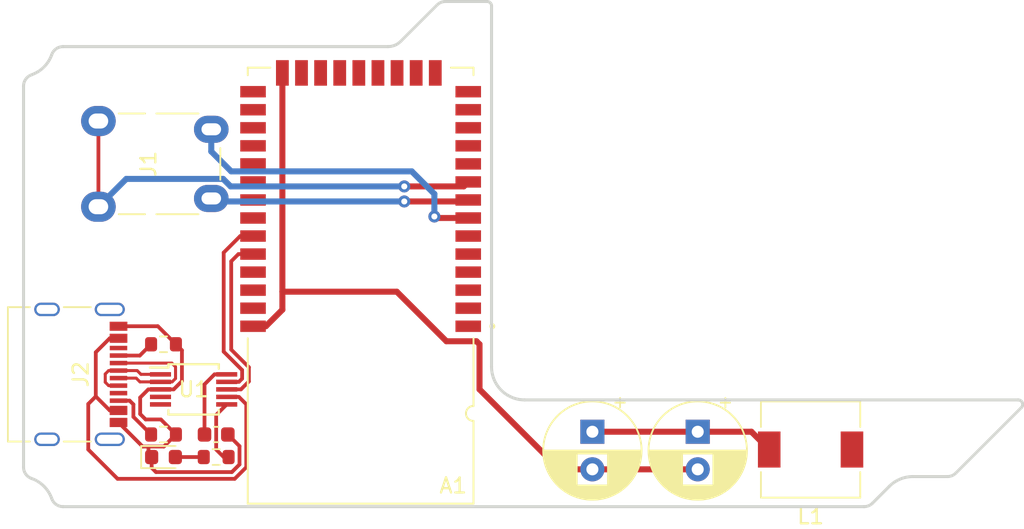
<source format=kicad_pcb>
(kicad_pcb (version 20221018) (generator pcbnew)
  (title_block (date "2023-11-28") (company "shirokuma89dev"))
  (layers (0 "F.Cu" signal) (31 "B.Cu" signal) (34 "B.Paste" user) (35 "F.Paste" user) (36 "B.SilkS" user "B.Silkscreen") (37 "F.SilkS" user "F.Silkscreen") (38 "B.Mask" user) (39 "F.Mask" user) (44 "Edge.Cuts" user))
  (net 0 "")
  (net 7 "/AUDIO OUT Rch")
  (net 8 "/AUDIO OUT COM")
  (net 9 "/AUDIO OUT Lch")
  (net 22 "/LED2")
  (net 23 "/LED1")
  (net 25 "/FUNC BUTTON")
  (net 26 "/SYS PWR OUT")
  (net 27 "Net-(C2-Pad1)")
  (net 31 "Net-(BT1-+)")
  (net 34 "Net-(U1-V3)")
  (net 35 "GND")
  (net 36 "Net-(D1-A)")
  (net 37 "+5V")
  (net 38 "Net-(J2-CC1)")
  (net 40 "/D+")
  (net 41 "/D-")
  (net 42 "Net-(J2-CC2)")
  (net 45 "Net-(U1-TNOW)")
  (net 48 "/USB-TX BM62-RX")
  (net 49 "/USB-RX BM62-TX")
  (footprint "Capacitor_THT:CP_Radial_D6.3mm_P2.50mm" (layer "F.Cu") (at 117 82.817621 -90)
    (fp_text reference "C2" hide)
    (fp_text value "100µ" hide)
    (pad "1" thru_hole rect (at 0 0 270) (size 1.6 1.6) (drill 0.8) (layers "*.Cu" "*.Mask") (net 27 "Net-(C2-Pad1)"))
    (pad "2" thru_hole circle (at 2.5 0 270) (size 1.6 1.6) (drill 0.8) (layers "*.Cu" "*.Mask") (net 35 "GND"))
  )
  (footprint "BM62SPKA1MC2_0001AA:MICROCHIP_BM62SPKA1MC2-0001AA" (layer "F.Cu") (at 102.1 58.6 180)
    (fp_text reference "A1" (at 1.35 -27.8) (layer "F.SilkS") (effects (font (size 1.001268 1.001268))))
    (fp_text value "BM62SPKA1MC2-0001AA" hide)
    (pad "1" smd rect (at 0.35 -17.2 180) (size 1.7 0.76) (layers "F.Cu" "F.Paste" "F.Mask"))
    (pad "2" smd rect (at 0.35 -16 180) (size 1.7 0.76) (layers "F.Cu" "F.Paste" "F.Mask"))
    (pad "3" smd rect (at 0.35 -14.8 180) (size 1.7 0.76) (layers "F.Cu" "F.Paste" "F.Mask"))
    (pad "4" smd rect (at 0.35 -13.6 180) (size 1.7 0.76) (layers "F.Cu" "F.Paste" "F.Mask"))
    (pad "5" smd rect (at 0.35 -12.4 180) (size 1.7 0.76) (layers "F.Cu" "F.Paste" "F.Mask"))
    (pad "6" smd rect (at 0.35 -11.2 180) (size 1.7 0.76) (layers "F.Cu" "F.Paste" "F.Mask"))
    (pad "7" smd rect (at 0.35 -10 180) (size 1.7 0.76) (layers "F.Cu" "F.Paste" "F.Mask") (net 7 "/AUDIO OUT Rch"))
    (pad "8" smd rect (at 0.35 -8.8 180) (size 1.7 0.76) (layers "F.Cu" "F.Paste" "F.Mask") (net 8 "/AUDIO OUT COM"))
    (pad "9" smd rect (at 0.35 -7.6 180) (size 1.7 0.76) (layers "F.Cu" "F.Paste" "F.Mask") (net 9 "/AUDIO OUT Lch"))
    (pad "10" smd rect (at 0.35 -6.4 180) (size 1.7 0.76) (layers "F.Cu" "F.Paste" "F.Mask"))
    (pad "11" smd rect (at 0.35 -5.2 180) (size 1.7 0.76) (layers "F.Cu" "F.Paste" "F.Mask"))
    (pad "12" smd rect (at 0.35 -4 180) (size 1.7 0.76) (layers "F.Cu" "F.Paste" "F.Mask"))
    (pad "13" smd rect (at 0.35 -2.8 180) (size 1.7 0.76) (layers "F.Cu" "F.Paste" "F.Mask"))
    (pad "14" smd rect (at 0.35 -1.6 180) (size 1.7 0.76) (layers "F.Cu" "F.Paste" "F.Mask"))
    (pad "15" smd rect (at 2.54 -0.35 90) (size 1.7 0.85) (layers "F.Cu" "F.Paste" "F.Mask"))
    (pad "16" smd rect (at 3.81 -0.35 90) (size 1.7 0.85) (layers "F.Cu" "F.Paste" "F.Mask"))
    (pad "17" smd rect (at 5.08 -0.35 90) (size 1.7 0.85) (layers "F.Cu" "F.Paste" "F.Mask"))
    (pad "18" smd rect (at 6.35 -0.35 90) (size 1.7 0.85) (layers "F.Cu" "F.Paste" "F.Mask"))
    (pad "19" smd rect (at 7.62 -0.35 90) (size 1.7 0.85) (layers "F.Cu" "F.Paste" "F.Mask"))
    (pad "20" smd rect (at 8.89 -0.35 90) (size 1.7 0.85) (layers "F.Cu" "F.Paste" "F.Mask"))
    (pad "21" smd rect (at 10.16 -0.35 90) (size 1.7 0.85) (layers "F.Cu" "F.Paste" "F.Mask"))
    (pad "22" smd rect (at 11.43 -0.35 90) (size 1.7 0.85) (layers "F.Cu" "F.Paste" "F.Mask"))
    (pad "23" smd rect (at 12.7 -0.35 90) (size 1.7 0.85) (layers "F.Cu" "F.Paste" "F.Mask") (net 35 "GND"))
    (pad "24" smd rect (at 14.65 -1.6) (size 1.7 0.76) (layers "F.Cu" "F.Paste" "F.Mask") (net 26 "/SYS PWR OUT"))
    (pad "25" smd rect (at 14.65 -2.8) (size 1.7 0.76) (layers "F.Cu" "F.Paste" "F.Mask"))
    (pad "26" smd rect (at 14.65 -4) (size 1.7 0.76) (layers "F.Cu" "F.Paste" "F.Mask") (net 25 "/FUNC BUTTON"))
    (pad "27" smd rect (at 14.65 -5.2) (size 1.7 0.76) (layers "F.Cu" "F.Paste" "F.Mask") (net 23 "/LED1"))
    (pad "28" smd rect (at 14.65 -6.4) (size 1.7 0.76) (layers "F.Cu" "F.Paste" "F.Mask") (net 22 "/LED2"))
    (pad "29" smd rect (at 14.65 -7.6) (size 1.7 0.76) (layers "F.Cu" "F.Paste" "F.Mask"))
    (pad "30" smd rect (at 14.65 -8.8) (size 1.7 0.76) (layers "F.Cu" "F.Paste" "F.Mask"))
    (pad "31" smd rect (at 14.65 -10) (size 1.7 0.76) (layers "F.Cu" "F.Paste" "F.Mask"))
    (pad "32" smd rect (at 14.65 -11.2) (size 1.7 0.76) (layers "F.Cu" "F.Paste" "F.Mask") (net 49 "/USB-RX BM62-TX"))
    (pad "33" smd rect (at 14.65 -12.4) (size 1.7 0.76) (layers "F.Cu" "F.Paste" "F.Mask") (net 48 "/USB-TX BM62-RX"))
    (pad "34" smd rect (at 14.65 -13.6) (size 1.7 0.76) (layers "F.Cu" "F.Paste" "F.Mask"))
    (pad "35" smd rect (at 14.65 -14.8) (size 1.7 0.76) (layers "F.Cu" "F.Paste" "F.Mask"))
    (pad "36" smd rect (at 14.65 -16) (size 1.7 0.76) (layers "F.Cu" "F.Paste" "F.Mask"))
    (pad "37" smd rect (at 14.65 -17.2) (size 1.7 0.76) (layers "F.Cu" "F.Paste" "F.Mask") (net 35 "GND"))
  )
  (footprint "Inductor_SMD:L_6.3x6.3_H3" (layer "F.Cu") (at 124.5 84 180)
    (fp_text reference "L1" (at 0 -4.45) (layer "F.SilkS"))
    (fp_text value "47µ")
    (pad "1" smd rect (at -2.75 0 180) (size 1.5 2.4) (layers "F.Cu" "F.Paste" "F.Mask") (net 31 "Net-(BT1-+)"))
    (pad "2" smd rect (at 2.75 0 180) (size 1.5 2.4) (layers "F.Cu" "F.Paste" "F.Mask") (net 27 "Net-(C2-Pad1)"))
  )
  (footprint "Connector_Audio:Jack_3.5mm_Lumberg_1503_07_Horizontal" (layer "F.Cu") (at 77.175 67.85 90)
    (fp_text reference "J1" (at 2.85 3.325 90 unlocked) (layer "F.SilkS"))
    (fp_text value "AudioJack3" hide)
    (pad "" np_thru_hole circle (at 0.35 3.5 90) (size 1.1 1.1) (drill 1.1) (layers "F&B.Cu" "*.Mask"))
    (pad "" np_thru_hole circle (at 5.35 3.5 90) (size 1.1 1.1) (drill 1.1) (layers "F&B.Cu" "*.Mask"))
    (pad "R" thru_hole oval (at 5.15 7.5 90) (size 1.8 2.3) (drill oval 0.8 1.3) (layers "*.Cu" "*.Mask") (net 7 "/AUDIO OUT Rch"))
    (pad "S" thru_hole oval (at 0.55 7.5 90) (size 1.8 2.3) (drill oval 0.8 1.3) (layers "*.Cu" "*.Mask") (net 8 "/AUDIO OUT COM"))
    (pad "T" thru_hole oval (at 0 0 90) (size 2 2.3) (drill oval 1 1.3) (layers "*.Cu" "*.Mask") (net 9 "/AUDIO OUT Lch"))
    (pad "T" thru_hole oval (at 5.7 0 90) (size 2 2.3) (drill oval 1 1.3) (layers "*.Cu" "*.Mask") (net 9 "/AUDIO OUT Lch"))
  )
  (footprint "Capacitor_THT:CP_Radial_D6.3mm_P2.50mm" (layer "F.Cu") (at 110 82.817621 -90)
    (fp_text reference "C3" hide)
    (fp_text value "100µ" hide)
    (pad "1" thru_hole rect (at 0 0 270) (size 1.6 1.6) (drill 0.8) (layers "*.Cu" "*.Mask") (net 27 "Net-(C2-Pad1)"))
    (pad "2" thru_hole circle (at 2.5 0 270) (size 1.6 1.6) (drill 0.8) (layers "*.Cu" "*.Mask") (net 35 "GND"))
  )
  (footprint "Resistor_SMD:R_0603_1608Metric" (layer "F.Cu") (at 85 84.5)
    (fp_text reference "R3" hide)
    (fp_text value "1k" hide)
    (pad "1" smd roundrect (at -0.825 0) (size 0.8 0.95) (layers "F.Cu" "F.Paste" "F.Mask") (net 36 "Net-(D1-A)"))
    (pad "2" smd roundrect (at 0.825 0) (size 0.8 0.95) (layers "F.Cu" "F.Paste" "F.Mask") (net 45 "Net-(U1-TNOW)"))
  )
  (footprint "Connector_USB:USB_C_Receptacle_Palconn_UTC16-G" (layer "F.Cu") (at 76 79 -90)
    (fp_text reference "J2" (at 0 0 90) (layer "F.SilkS"))
    (fp_text value "USB_C_Receptacle_USB2.0" hide)
    (pad "" np_thru_hole circle (at -2.89 -1.45 90) (size 0.6 0.6) (drill 0.6) (layers "*.Cu" "*.Mask"))
    (pad "" np_thru_hole circle (at 2.89 -1.45 90) (size 0.6 0.6) (drill 0.6) (layers "*.Cu" "*.Mask"))
    (pad "A1" smd rect (at -3.2 -2.51 270) (size 0.6 1.16) (layers "F.Cu" "F.Paste" "F.Mask") (net 35 "GND"))
    (pad "A4" smd rect (at -2.4 -2.51 270) (size 0.6 1.16) (layers "F.Cu" "F.Paste" "F.Mask") (net 37 "+5V"))
    (pad "A5" smd rect (at -1.25 -2.51 90) (size 0.3 1.16) (layers "F.Cu" "F.Paste" "F.Mask") (net 38 "Net-(J2-CC1)"))
    (pad "A6" smd rect (at -0.25 -2.51 90) (size 0.3 1.16) (layers "F.Cu" "F.Paste" "F.Mask") (net 40 "/D+"))
    (pad "A7" smd rect (at 0.25 -2.51 90) (size 0.3 1.16) (layers "F.Cu" "F.Paste" "F.Mask") (net 41 "/D-"))
    (pad "A8" smd rect (at 1.25 -2.51 90) (size 0.3 1.16) (layers "F.Cu" "F.Paste" "F.Mask"))
    (pad "A9" smd rect (at 2.4 -2.51 270) (size 0.6 1.16) (layers "F.Cu" "F.Paste" "F.Mask") (net 37 "+5V"))
    (pad "A12" smd rect (at 3.2 -2.51 270) (size 0.6 1.16) (layers "F.Cu" "F.Paste" "F.Mask") (net 35 "GND"))
    (pad "B1" smd rect (at 3.2 -2.51 270) (size 0.6 1.16) (layers "F.Cu" "F.Paste" "F.Mask") (net 35 "GND"))
    (pad "B4" smd rect (at 2.4 -2.51 270) (size 0.6 1.16) (layers "F.Cu" "F.Paste" "F.Mask") (net 37 "+5V"))
    (pad "B5" smd rect (at 1.75 -2.51 90) (size 0.3 1.16) (layers "F.Cu" "F.Paste" "F.Mask") (net 42 "Net-(J2-CC2)"))
    (pad "B6" smd rect (at 0.75 -2.51 90) (size 0.3 1.16) (layers "F.Cu" "F.Paste" "F.Mask") (net 40 "/D+"))
    (pad "B7" smd rect (at -0.75 -2.51 90) (size 0.3 1.16) (layers "F.Cu" "F.Paste" "F.Mask") (net 41 "/D-"))
    (pad "B8" smd rect (at -1.75 -2.51 90) (size 0.3 1.16) (layers "F.Cu" "F.Paste" "F.Mask"))
    (pad "B9" smd rect (at -2.4 -2.51 270) (size 0.6 1.16) (layers "F.Cu" "F.Paste" "F.Mask") (net 37 "+5V"))
    (pad "B12" smd rect (at -3.2 -2.51 270) (size 0.6 1.16) (layers "F.Cu" "F.Paste" "F.Mask") (net 35 "GND"))
    (pad "S1" thru_hole oval (at -4.32 -1.93) (size 2 0.9) (drill oval 1.7 0.6) (layers "*.Cu" "*.Mask"))
    (pad "S1" thru_hole oval (at -4.32 2.24) (size 1.7 0.9) (drill oval 1.4 0.6) (layers "*.Cu" "*.Mask"))
    (pad "S1" thru_hole oval (at 4.32 -1.93) (size 2 0.9) (drill oval 1.7 0.6) (layers "*.Cu" "*.Mask"))
    (pad "S1" thru_hole oval (at 4.32 2.24) (size 1.7 0.9) (drill oval 1.4 0.6) (layers "*.Cu" "*.Mask"))
  )
  (footprint "Package_SO:MSOP-10_3x3mm_P0.5mm" (layer "F.Cu") (at 83.5 80)
    (fp_text reference "U1" (at 0 0) (layer "F.SilkS"))
    (fp_text value "CH340E" hide)
    (pad "1" smd rect (at -2.2 -1) (size 1.4 0.3) (layers "F.Cu" "F.Paste" "F.Mask") (net 40 "/D+"))
    (pad "2" smd rect (at -2.2 -0.5) (size 1.4 0.3) (layers "F.Cu" "F.Paste" "F.Mask") (net 41 "/D-"))
    (pad "3" smd rect (at -2.2 0) (size 1.4 0.3) (layers "F.Cu" "F.Paste" "F.Mask") (net 35 "GND"))
    (pad "4" smd rect (at -2.2 0.5) (size 1.4 0.3) (layers "F.Cu" "F.Paste" "F.Mask"))
    (pad "5" smd rect (at -2.2 1) (size 1.4 0.3) (layers "F.Cu" "F.Paste" "F.Mask"))
    (pad "6" smd rect (at 2.2 1) (size 1.4 0.3) (layers "F.Cu" "F.Paste" "F.Mask") (net 45 "Net-(U1-TNOW)"))
    (pad "7" smd rect (at 2.2 0.5) (size 1.4 0.3) (layers "F.Cu" "F.Paste" "F.Mask") (net 37 "+5V"))
    (pad "8" smd rect (at 2.2 0) (size 1.4 0.3) (layers "F.Cu" "F.Paste" "F.Mask") (net 48 "/USB-TX BM62-RX"))
    (pad "9" smd rect (at 2.2 -0.5) (size 1.4 0.3) (layers "F.Cu" "F.Paste" "F.Mask") (net 49 "/USB-RX BM62-TX"))
    (pad "10" smd rect (at 2.2 -1) (size 1.4 0.3) (layers "F.Cu" "F.Paste" "F.Mask") (net 34 "Net-(U1-V3)"))
  )
  (footprint "Resistor_SMD:R_0603_1608Metric" (layer "F.Cu") (at 81.5 83)
    (fp_text reference "R2" hide)
    (fp_text value "5.1k" hide)
    (pad "1" smd roundrect (at -0.825 0) (size 0.8 0.95) (layers "F.Cu" "F.Paste" "F.Mask") (net 42 "Net-(J2-CC2)"))
    (pad "2" smd roundrect (at 0.825 0) (size 0.8 0.95) (layers "F.Cu" "F.Paste" "F.Mask") (net 35 "GND"))
  )
  (footprint "LED_SMD:LED_0603_1608Metric" (layer "F.Cu") (at 81.5 84.5)
    (fp_text reference "D1" hide)
    (fp_text value "WHITE" hide)
    (pad "1" smd roundrect (at -0.7875 0) (size 0.875 0.95) (layers "F.Cu" "F.Paste" "F.Mask") (net 35 "GND"))
    (pad "2" smd roundrect (at 0.7875 0) (size 0.875 0.95) (layers "F.Cu" "F.Paste" "F.Mask") (net 36 "Net-(D1-A)"))
  )
  (footprint "Resistor_SMD:R_0603_1608Metric" (layer "F.Cu") (at 81.5 77)
    (fp_text reference "R1" hide)
    (fp_text value "5.1k" hide)
    (pad "1" smd roundrect (at -0.825 0) (size 0.8 0.95) (layers "F.Cu" "F.Paste" "F.Mask") (net 38 "Net-(J2-CC1)"))
    (pad "2" smd roundrect (at 0.825 0) (size 0.8 0.95) (layers "F.Cu" "F.Paste" "F.Mask") (net 35 "GND"))
  )
  (footprint "Capacitor_SMD:C_0603_1608Metric" (layer "F.Cu") (at 85 83)
    (fp_text reference "C1" hide)
    (fp_text value "0.1µ" hide)
    (pad "1" smd roundrect (at -0.775 0) (size 0.9 0.95) (layers "F.Cu" "F.Paste" "F.Mask") (net 34 "Net-(U1-V3)"))
    (pad "2" smd roundrect (at 0.775 0) (size 0.9 0.95) (layers "F.Cu" "F.Paste" "F.Mask") (net 35 "GND"))
  )
  (gr_line (start 134.151472 85.565685) (end 138.505025 81.212132) (stroke (width 0.2)) (layer "Edge.Cuts"))
  (gr_line (start 72.2 59.828427) (end 72.2 85.171573) (stroke (width 0.2)) (layer "Edge.Cuts"))
  (gr_line (start 103.3 78.5) (end 103.3 54.5) (stroke (width 0.2)) (layer "Edge.Cuts"))
  (gr_arc (start 134.151472 85.565685) (mid 133.891933 85.739104) (end 133.585786 85.8) (stroke (width 0.2)) (layer "Edge.Cuts"))
  (gr_line (start 103 54.2) (end 100.242641 54.2) (stroke (width 0.2)) (layer "Edge.Cuts"))
  (gr_arc (start 72.733333 85.92582) (mid 72.346803 85.633453) (end 72.2 85.171573) (stroke (width 0.2)) (layer "Edge.Cuts"))
  (gr_arc (start 74.07418 57.733333) (mid 73.555635 58.555635) (end 72.733333 59.07418) (stroke (width 0.2)) (layer "Edge.Cuts"))
  (gr_arc (start 74.07418 57.733333) (mid 74.366547 57.346803) (end 74.828427 57.2) (stroke (width 0.2)) (layer "Edge.Cuts"))
  (gr_arc (start 72.733333 85.92582) (mid 73.555635 86.444365) (end 74.07418 87.266667) (stroke (width 0.2)) (layer "Edge.Cuts"))
  (gr_line (start 131.292893 85.8) (end 133.585786 85.8) (stroke (width 0.2)) (layer "Edge.Cuts"))
  (gr_line (start 74.828427 87.8) (end 128.050253 87.8) (stroke (width 0.2)) (layer "Edge.Cuts"))
  (gr_line (start 99.676955 54.434315) (end 97.262742 56.848528) (stroke (width 0.2)) (layer "Edge.Cuts"))
  (gr_arc (start 72.2 59.828427) (mid 72.346803 59.366547) (end 72.733333 59.07418) (stroke (width 0.2)) (layer "Edge.Cuts"))
  (gr_arc (start 105.5 80.7) (mid 103.944365 80.055635) (end 103.3 78.5) (stroke (width 0.2)) (layer "Edge.Cuts"))
  (gr_arc (start 138.292893 80.7) (mid 138.570057 80.885195) (end 138.505025 81.212132) (stroke (width 0.2)) (layer "Edge.Cuts"))
  (gr_arc (start 97.262742 56.848528) (mid 96.873434 57.108655) (end 96.414214 57.2) (stroke (width 0.2)) (layer "Edge.Cuts"))
  (gr_line (start 128.615938 87.565685) (end 129.737258 86.444365) (stroke (width 0.2)) (layer "Edge.Cuts"))
  (gr_arc (start 99.676955 54.434315) (mid 99.936494 54.260896) (end 100.242641 54.2) (stroke (width 0.2)) (layer "Edge.Cuts"))
  (gr_arc (start 129.737258 86.444365) (mid 130.45099 85.967465) (end 131.292893 85.8) (stroke (width 0.2)) (layer "Edge.Cuts"))
  (gr_arc (start 103 54.2) (mid 103.212132 54.287868) (end 103.3 54.5) (stroke (width 0.2)) (layer "Edge.Cuts"))
  (gr_line (start 96.414214 57.2) (end 74.828427 57.2) (stroke (width 0.2)) (layer "Edge.Cuts"))
  (gr_arc (start 128.615938 87.565685) (mid 128.3564 87.739104) (end 128.050253 87.8) (stroke (width 0.2)) (layer "Edge.Cuts"))
  (gr_line (start 138.292893 80.7) (end 105.5 80.7) (stroke (width 0.2)) (layer "Edge.Cuts"))
  (gr_arc (start 74.828427 87.8) (mid 74.366547 87.653197) (end 74.07418 87.266667) (stroke (width 0.2)) (layer "Edge.Cuts"))
  (segment (start 99.6 68.6) (end 99.5 68.5) (width 0.4) (layer "F.Cu") (net 7))
  (segment (start 101.75 68.6) (end 99.6 68.6) (width 0.4) (layer "F.Cu") (net 7))
  (via (at 99.5 68.5) (size 0.8) (drill 0.4) (layers "F.Cu" "B.Cu") (net 7))
  (segment (start 84.675 64.175) (end 84.675 62.7) (width 0.4) (layer "B.Cu") (net 7))
  (segment (start 98 65.5) (end 86 65.5) (width 0.4) (layer "B.Cu") (net 7))
  (segment (start 99.5 67) (end 98 65.5) (width 0.4) (layer "B.Cu") (net 7))
  (segment (start 99.5 68.5) (end 99.5 67) (width 0.4) (layer "B.Cu") (net 7))
  (segment (start 86 65.5) (end 84.675 64.175) (width 0.4) (layer "B.Cu") (net 7))
  (segment (start 101.75 67.4) (end 101.65 67.5) (width 0.4) (layer "F.Cu") (net 8))
  (segment (start 101.65 67.5) (end 97.5 67.5) (width 0.4) (layer "F.Cu") (net 8))
  (via (at 97.5 67.5) (size 0.8) (drill 0.4) (layers "F.Cu" "B.Cu") (net 8))
  (segment (start 84.875 67.5) (end 84.675 67.3) (width 0.4) (layer "B.Cu") (net 8))
  (segment (start 97.5 67.5) (end 84.875 67.5) (width 0.4) (layer "B.Cu") (net 8))
  (segment (start 77.175 67.85) (end 77.175 62.15) (width 0.25) (layer "F.Cu") (net 9))
  (segment (start 101.45 66.5) (end 97.5 66.5) (width 0.4) (layer "F.Cu") (net 9))
  (segment (start 101.75 66.2) (end 101.45 66.5) (width 0.4) (layer "F.Cu") (net 9))
  (via (at 97.5 66.5) (size 0.8) (drill 0.4) (layers "F.Cu" "B.Cu") (net 9))
  (segment (start 85.961734 66.5) (end 97.5 66.5) (width 0.4) (layer "B.Cu") (net 9))
  (segment (start 77.175 67.85) (end 79.025 66) (width 0.4) (layer "B.Cu") (net 9))
  (segment (start 79.025 66) (end 85.461734 66) (width 0.4) (layer "B.Cu") (net 9))
  (segment (start 85.461734 66) (end 85.961734 66.5) (width 0.4) (layer "B.Cu") (net 9))
  (segment (start 121.75 84) (end 120.567621 82.817621) (width 0.4) (layer "F.Cu") (net 27))
  (segment (start 110 82.817621) (end 117 82.817621) (width 0.4) (layer "F.Cu") (net 27))
  (segment (start 120.567621 82.817621) (end 117 82.817621) (width 0.4) (layer "F.Cu") (net 27))
  (segment (start 84.225 83) (end 84.225 79.66538) (width 0.25) (layer "F.Cu") (net 34))
  (segment (start 84.89038 79) (end 85.7 79) (width 0.25) (layer "F.Cu") (net 34))
  (segment (start 84.225 79.66538) (end 84.89038 79) (width 0.25) (layer "F.Cu") (net 34))
  (segment (start 86.55 84.992462) (end 86.042462 85.5) (width 0.25) (layer "F.Cu") (net 35))
  (segment (start 102.5 77) (end 102.3 76.8) (width 0.4) (layer "F.Cu") (net 35))
  (segment (start 82.325 77) (end 82.725 77.4) (width 0.25) (layer "F.Cu") (net 35))
  (segment (start 110 85.317621) (end 117 85.317621) (width 0.4) (layer "F.Cu") (net 35))
  (segment (start 79.95 81.638604) (end 79.95 80.54038) (width 0.25) (layer "F.Cu") (net 35))
  (segment (start 80.5 83.8) (end 81.525 83.8) (width 0.25) (layer "F.Cu") (net 35))
  (segment (start 82.725 77.4) (end 82.725 79.450305) (width 0.25) (layer "F.Cu") (net 35))
  (segment (start 85.775 83) (end 86.55 83.775) (width 0.25) (layer "F.Cu") (net 35))
  (segment (start 110 85.317621) (end 107.817621 85.317621) (width 0.4) (layer "F.Cu") (net 35))
  (segment (start 82.175305 80) (end 81.3 80) (width 0.25) (layer "F.Cu") (net 35))
  (segment (start 97 73.5) (end 89.4 73.5) (width 0.4) (layer "F.Cu") (net 35))
  (segment (start 102.5 80) (end 102.5 77) (width 0.4) (layer "F.Cu") (net 35))
  (segment (start 81.525 83.8) (end 82.325 83) (width 0.25) (layer "F.Cu") (net 35))
  (segment (start 78.51 75.8) (end 81.125 75.8) (width 0.25) (layer "F.Cu") (net 35))
  (segment (start 102.3 76.8) (end 100.3 76.8) (width 0.4) (layer "F.Cu") (net 35))
  (segment (start 80.7125 85.2125) (end 80.7125 84.5) (width 0.25) (layer "F.Cu") (net 35))
  (segment (start 82.725 79.450305) (end 82.175305 80) (width 0.25) (layer "F.Cu") (net 35))
  (segment (start 81.325 82) (end 80.311396 82) (width 0.25) (layer "F.Cu") (net 35))
  (segment (start 79.95 80.54038) (end 80.49038 80) (width 0.25) (layer "F.Cu") (net 35))
  (segment (start 89.4 73.5) (end 89.4 74.7) (width 0.4) (layer "F.Cu") (net 35))
  (segment (start 80.311396 82) (end 79.95 81.638604) (width 0.25) (layer "F.Cu") (net 35))
  (segment (start 86.042462 85.5) (end 81 85.5) (width 0.25) (layer "F.Cu") (net 35))
  (segment (start 86.55 83.775) (end 86.55 84.992462) (width 0.25) (layer "F.Cu") (net 35))
  (segment (start 81 85.5) (end 80.7125 85.2125) (width 0.25) (layer "F.Cu") (net 35))
  (segment (start 80.11 83.8) (end 80.5 83.8) (width 0.25) (layer "F.Cu") (net 35))
  (segment (start 100.3 76.8) (end 97 73.5) (width 0.4) (layer "F.Cu") (net 35))
  (segment (start 89.4 58.95) (end 89.4 73.5) (width 0.4) (layer "F.Cu") (net 35))
  (segment (start 88.3 75.8) (end 87.45 75.8) (width 0.4) (layer "F.Cu") (net 35))
  (segment (start 80.49038 80) (end 81.3 80) (width 0.25) (layer "F.Cu") (net 35))
  (segment (start 80.7125 84.5) (end 80.5 84.2875) (width 0.25) (layer "F.Cu") (net 35))
  (segment (start 82.325 83) (end 81.325 82) (width 0.25) (layer "F.Cu") (net 35))
  (segment (start 107.817621 85.317621) (end 102.5 80) (width 0.4) (layer "F.Cu") (net 35))
  (segment (start 89.4 74.7) (end 88.3 75.8) (width 0.4) (layer "F.Cu") (net 35))
  (segment (start 80.5 84.2875) (end 80.5 83.8) (width 0.25) (layer "F.Cu") (net 35))
  (segment (start 78.51 82.2) (end 80.11 83.8) (width 0.25) (layer "F.Cu") (net 35))
  (segment (start 81.125 75.8) (end 82.325 77) (width 0.25) (layer "F.Cu") (net 35))
  (segment (start 82.2875 84.5) (end 84.175 84.5) (width 0.25) (layer "F.Cu") (net 36))
  (segment (start 78.45 85.95) (end 86.228858 85.95) (width 0.25) (layer "F.Cu") (net 37))
  (segment (start 78.51 76.6) (end 77.93 76.6) (width 0.25) (layer "F.Cu") (net 37))
  (segment (start 77.93 76.6) (end 77 77.53) (width 0.25) (layer "F.Cu") (net 37))
  (segment (start 87 80.99038) (end 86.50962 80.5) (width 0.25) (layer "F.Cu") (net 37))
  (segment (start 77 80.47) (end 76.5 80.97) (width 0.25) (layer "F.Cu") (net 37))
  (segment (start 77.93 81.4) (end 78.51 81.4) (width 0.25) (layer "F.Cu") (net 37))
  (segment (start 87 85.178858) (end 87 80.99038) (width 0.25) (layer "F.Cu") (net 37))
  (segment (start 76.5 84) (end 78.45 85.95) (width 0.25) (layer "F.Cu") (net 37))
  (segment (start 86.228858 85.95) (end 87 85.178858) (width 0.25) (layer "F.Cu") (net 37))
  (segment (start 86.50962 80.5) (end 85.7 80.5) (width 0.25) (layer "F.Cu") (net 37))
  (segment (start 77 77.53) (end 77 80.47) (width 0.25) (layer "F.Cu") (net 37))
  (segment (start 76.5 80.97) (end 76.5 84) (width 0.25) (layer "F.Cu") (net 37))
  (segment (start 77 80.47) (end 77.93 81.4) (width 0.25) (layer "F.Cu") (net 37))
  (segment (start 79.925 77.75) (end 80.675 77) (width 0.25) (layer "F.Cu") (net 38))
  (segment (start 78.51 77.75) (end 79.925 77.75) (width 0.25) (layer "F.Cu") (net 38))
  (segment (start 77.63 79.524264) (end 77.63 78.975736) (width 0.2) (layer "F.Cu") (net 40))
  (segment (start 77.855736 78.75) (end 78.51 78.75) (width 0.2) (layer "F.Cu") (net 40))
  (segment (start 80 79) (end 79.75 78.75) (width 0.2) (layer "F.Cu") (net 40))
  (segment (start 77.63 78.975736) (end 77.855736 78.75) (width 0.2) (layer "F.Cu") (net 40))
  (segment (start 78.51 79.75) (end 77.855736 79.75) (width 0.2) (layer "F.Cu") (net 40))
  (segment (start 79.75 78.75) (end 78.51 78.75) (width 0.2) (layer "F.Cu") (net 40))
  (segment (start 80 79) (end 81.3 79) (width 0.2) (layer "F.Cu") (net 40))
  (segment (start 77.855736 79.75) (end 77.63 79.524264) (width 0.2) (layer "F.Cu") (net 40))
  (segment (start 79.684314 79.25) (end 79.934314 79.5) (width 0.2) (layer "F.Cu") (net 41))
  (segment (start 82.074264 79.5) (end 82.3 79.274264) (width 0.2) (layer "F.Cu") (net 41))
  (segment (start 81.3 79.5) (end 82.074264 79.5) (width 0.2) (layer "F.Cu") (net 41))
  (segment (start 82.05 78.25) (end 78.51 78.25) (width 0.2) (layer "F.Cu") (net 41))
  (segment (start 78.51 79.25) (end 79.684314 79.25) (width 0.2) (layer "F.Cu") (net 41))
  (segment (start 79.934314 79.5) (end 81.3 79.5) (width 0.2) (layer "F.Cu") (net 41))
  (segment (start 82.3 79.274264) (end 82.3 78.5) (width 0.2) (layer "F.Cu") (net 41))
  (segment (start 82.3 78.5) (end 82.05 78.25) (width 0.2) (layer "F.Cu") (net 41))
  (segment (start 80.675 83) (end 79.5 81.825) (width 0.25) (layer "F.Cu") (net 42))
  (segment (start 79.5 81) (end 79.25 80.75) (width 0.25) (layer "F.Cu") (net 42))
  (segment (start 79.5 81.825) (end 79.5 81) (width 0.25) (layer "F.Cu") (net 42))
  (segment (start 79.25 80.75) (end 78.51 80.75) (width 0.25) (layer "F.Cu") (net 42))
  (segment (start 85.5 84.5) (end 85 84) (width 0.25) (layer "F.Cu") (net 45))
  (segment (start 85 84) (end 85 81.7) (width 0.25) (layer "F.Cu") (net 45))
  (segment (start 85.825 84.5) (end 85.5 84.5) (width 0.25) (layer "F.Cu") (net 45))
  (segment (start 85 81.7) (end 85.7 81) (width 0.25) (layer "F.Cu") (net 45))
  (segment (start 86.48019 71) (end 87.45 71) (width 0.25) (layer "F.Cu") (net 48))
  (segment (start 86 77.353984) (end 86 71.48019) (width 0.25) (layer "F.Cu") (net 48))
  (segment (start 87.175 79.471016) (end 87.175 78.528984) (width 0.25) (layer "F.Cu") (net 48))
  (segment (start 86 71.48019) (end 86.48019 71) (width 0.25) (layer "F.Cu") (net 48))
  (segment (start 85.7 80) (end 86.646016 80) (width 0.25) (layer "F.Cu") (net 48))
  (segment (start 86.646016 80) (end 87.175 79.471016) (width 0.25) (layer "F.Cu") (net 48))
  (segment (start 87.175 78.528984) (end 86 77.353984) (width 0.25) (layer "F.Cu") (net 48))
  (segment (start 86.6 69.8) (end 87.45 69.8) (width 0.25) (layer "F.Cu") (net 49))
  (segment (start 86.50962 79.5) (end 86.725 79.28462) (width 0.25) (layer "F.Cu") (net 49))
  (segment (start 86.725 78.71538) (end 85.5 77.49038) (width 0.25) (layer "F.Cu") (net 49))
  (segment (start 85.5 77.49038) (end 85.5 70.9) (width 0.25) (layer "F.Cu") (net 49))
  (segment (start 86.725 79.28462) (end 86.725 78.71538) (width 0.25) (layer "F.Cu") (net 49))
  (segment (start 85.5 70.9) (end 86.6 69.8) (width 0.25) (layer "F.Cu") (net 49))
  (segment (start 85.7 79.5) (end 86.50962 79.5) (width 0.25) (layer "F.Cu") (net 49))
)
</source>
